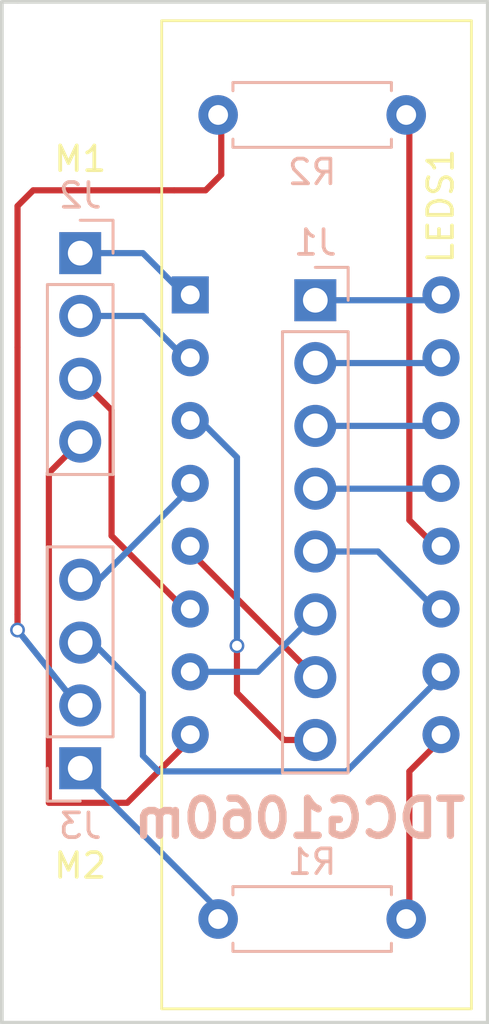
<source format=kicad_pcb>
(kicad_pcb (version 4) (host pcbnew 4.0.7)

  (general
    (links 18)
    (no_connects 0)
    (area 133.909999 93.904999 153.745001 135.330001)
    (thickness 1.6)
    (drawings 6)
    (tracks 75)
    (zones 0)
    (modules 8)
    (nets 19)
  )

  (page A4)
  (layers
    (0 F.Cu signal)
    (31 B.Cu signal)
    (32 B.Adhes user)
    (33 F.Adhes user)
    (34 B.Paste user)
    (35 F.Paste user)
    (36 B.SilkS user)
    (37 F.SilkS user)
    (38 B.Mask user)
    (39 F.Mask user)
    (40 Dwgs.User user)
    (41 Cmts.User user)
    (42 Eco1.User user)
    (43 Eco2.User user)
    (44 Edge.Cuts user)
    (45 Margin user)
    (46 B.CrtYd user)
    (47 F.CrtYd user)
    (48 B.Fab user)
    (49 F.Fab user)
  )

  (setup
    (last_trace_width 0.25)
    (trace_clearance 0.2)
    (zone_clearance 0.508)
    (zone_45_only no)
    (trace_min 0.2)
    (segment_width 0.2)
    (edge_width 0.15)
    (via_size 0.6)
    (via_drill 0.4)
    (via_min_size 0.4)
    (via_min_drill 0.3)
    (uvia_size 0.3)
    (uvia_drill 0.1)
    (uvias_allowed no)
    (uvia_min_size 0.2)
    (uvia_min_drill 0.1)
    (pcb_text_width 0.3)
    (pcb_text_size 1.5 1.5)
    (mod_edge_width 0.15)
    (mod_text_size 1 1)
    (mod_text_width 0.15)
    (pad_size 1.524 1.524)
    (pad_drill 0.762)
    (pad_to_mask_clearance 0.2)
    (aux_axis_origin 0 0)
    (visible_elements FFFFFF7F)
    (pcbplotparams
      (layerselection 0x010f0_80000001)
      (usegerberextensions false)
      (excludeedgelayer true)
      (linewidth 0.100000)
      (plotframeref false)
      (viasonmask false)
      (mode 1)
      (useauxorigin false)
      (hpglpennumber 1)
      (hpglpenspeed 20)
      (hpglpendiameter 15)
      (hpglpenoverlay 2)
      (psnegative false)
      (psa4output false)
      (plotreference true)
      (plotvalue true)
      (plotinvisibletext false)
      (padsonsilk false)
      (subtractmaskfromsilk false)
      (outputformat 1)
      (mirror false)
      (drillshape 0)
      (scaleselection 1)
      (outputdirectory gerbers/))
  )

  (net 0 "")
  (net 1 /SEGB)
  (net 2 /SEGG)
  (net 3 /SEGA)
  (net 4 /SEGC)
  (net 5 /SEGF)
  (net 6 /SEGDP)
  (net 7 /SEGE)
  (net 8 /SEGD)
  (net 9 /DIG0)
  (net 10 /DIG1)
  (net 11 /DIG2)
  (net 12 /DIG3)
  (net 13 "Net-(J3-Pad1)")
  (net 14 /EXTRA)
  (net 15 /COLON)
  (net 16 /EXTRA_RET)
  (net 17 /COLON_RET)
  (net 18 "Net-(J3-Pad2)")

  (net_class Default "This is the default net class."
    (clearance 0.2)
    (trace_width 0.25)
    (via_dia 0.6)
    (via_drill 0.4)
    (uvia_dia 0.3)
    (uvia_drill 0.1)
    (add_net /COLON)
    (add_net /COLON_RET)
    (add_net /DIG0)
    (add_net /DIG1)
    (add_net /DIG2)
    (add_net /DIG3)
    (add_net /EXTRA)
    (add_net /EXTRA_RET)
    (add_net /SEGA)
    (add_net /SEGB)
    (add_net /SEGC)
    (add_net /SEGD)
    (add_net /SEGDP)
    (add_net /SEGE)
    (add_net /SEGF)
    (add_net /SEGG)
    (add_net "Net-(J3-Pad1)")
    (add_net "Net-(J3-Pad2)")
  )

  (module 7seg:TDCG1060m (layer F.Cu) (tedit 5A77E221) (tstamp 5A823022)
    (at 140.335 94.615)
    (descr "4 digit 7 segment green LED, http://www.kingbrightusa.com/images/catalog/SPEC/CA56-11GWA.pdf")
    (tags "4 digit 7 segment green LED")
    (path /5A7B8B5D)
    (fp_text reference LEDS1 (at 11.43 7.62 270) (layer F.SilkS)
      (effects (font (size 1 1) (thickness 0.15)))
    )
    (fp_text value TDCFG1060m (at 6.35 39.37) (layer F.Fab)
      (effects (font (size 1 1) (thickness 0.15)))
    )
    (fp_line (start 0.2413 0.2413) (end 0.2413 39.9669) (layer F.Fab) (width 0.1))
    (fp_line (start 0.2413 39.9669) (end 12.5603 39.9669) (layer F.Fab) (width 0.1))
    (fp_line (start 12.5603 39.9669) (end 12.5603 0.2413) (layer F.Fab) (width 0.1))
    (fp_line (start 12.5603 0.2413) (end 0.2413 0.2413) (layer F.Fab) (width 0.1))
    (fp_line (start 0.127 0.127) (end 0.127 40.0812) (layer F.SilkS) (width 0.1125))
    (fp_line (start 0.127 40.0812) (end 12.6746 40.0812) (layer F.SilkS) (width 0.1125))
    (fp_line (start 12.6746 40.0812) (end 12.6746 0.127) (layer F.SilkS) (width 0.1125))
    (fp_line (start 12.6746 0.127) (end 0.127 0.127) (layer F.SilkS) (width 0.1125))
    (fp_line (start 0 0) (end 12.8016 0) (layer F.CrtYd) (width 0.05))
    (fp_line (start 12.8016 0) (end 12.8016 40.2082) (layer F.CrtYd) (width 0.05))
    (fp_line (start 12.8016 40.2082) (end 0 40.2082) (layer F.CrtYd) (width 0.05))
    (fp_line (start 0 40.2082) (end 0 0) (layer F.CrtYd) (width 0.05))
    (fp_text user %R (at 6.6675 19.939) (layer F.Fab)
      (effects (font (size 1 1) (thickness 0.15)))
    )
    (pad 1 thru_hole rect (at 1.2827 11.2141) (size 1.5 1.5) (drill 0.762) (layers *.Cu *.Mask)
      (net 9 /DIG0))
    (pad 2 thru_hole circle (at 1.2827 13.7541) (size 1.5 1.5) (drill 0.762) (layers *.Cu *.Mask)
      (net 10 /DIG1))
    (pad 3 thru_hole circle (at 1.2827 16.2941) (size 1.5 1.5) (drill 0.762) (layers *.Cu *.Mask)
      (net 8 /SEGD))
    (pad 4 thru_hole circle (at 1.2827 18.8341) (size 1.5 1.5) (drill 0.762) (layers *.Cu *.Mask)
      (net 15 /COLON))
    (pad 5 thru_hole circle (at 1.2827 21.3741) (size 1.5 1.5) (drill 0.762) (layers *.Cu *.Mask)
      (net 7 /SEGE))
    (pad 6 thru_hole circle (at 1.2827 23.9141) (size 1.5 1.5) (drill 0.762) (layers *.Cu *.Mask)
      (net 11 /DIG2))
    (pad 7 thru_hole circle (at 1.2827 26.4541) (size 1.5 1.5) (drill 0.762) (layers *.Cu *.Mask)
      (net 6 /SEGDP))
    (pad 8 thru_hole circle (at 1.2827 28.9941) (size 1.5 1.5) (drill 0.762) (layers *.Cu *.Mask)
      (net 12 /DIG3))
    (pad 9 thru_hole circle (at 11.4427 28.9941) (size 1.5 1.5) (drill 0.762) (layers *.Cu *.Mask)
      (net 16 /EXTRA_RET))
    (pad 10 thru_hole circle (at 11.4427 26.4541) (size 1.5 1.5) (drill 0.762) (layers *.Cu *.Mask)
      (net 14 /EXTRA))
    (pad 11 thru_hole circle (at 11.4427 23.9141) (size 1.5 1.5) (drill 0.762) (layers *.Cu *.Mask)
      (net 5 /SEGF))
    (pad 12 thru_hole circle (at 11.4427 21.3741) (size 1.5 1.5) (drill 0.762) (layers *.Cu *.Mask)
      (net 17 /COLON_RET))
    (pad 13 thru_hole circle (at 11.4427 18.8341) (size 1.5 1.5) (drill 0.762) (layers *.Cu *.Mask)
      (net 4 /SEGC))
    (pad 14 thru_hole circle (at 11.4427 16.2941) (size 1.5 1.5) (drill 0.762) (layers *.Cu *.Mask)
      (net 3 /SEGA))
    (pad 15 thru_hole circle (at 11.4427 13.7541) (size 1.5 1.5) (drill 0.762) (layers *.Cu *.Mask)
      (net 2 /SEGG))
    (pad 16 thru_hole circle (at 11.4427 11.2141) (size 1.5 1.5) (drill 0.762) (layers *.Cu *.Mask)
      (net 1 /SEGB))
  )

  (module Pin_Headers:Pin_Header_Straight_1x08_Pitch2.54mm (layer B.Cu) (tedit 5A77DA52) (tstamp 5A822FF1)
    (at 146.685 106.045 180)
    (descr "Through hole straight pin header, 1x08, 2.54mm pitch, single row")
    (tags "Through hole pin header THT 1x08 2.54mm single row")
    (path /5A7B9078)
    (fp_text reference J1 (at 0 2.33 180) (layer B.SilkS)
      (effects (font (size 1 1) (thickness 0.15)) (justify mirror))
    )
    (fp_text value SEGMENTS (at 5.715 -18.415 180) (layer B.Fab)
      (effects (font (size 1 1) (thickness 0.15)) (justify mirror))
    )
    (fp_line (start -0.635 1.27) (end 1.27 1.27) (layer B.Fab) (width 0.1))
    (fp_line (start 1.27 1.27) (end 1.27 -19.05) (layer B.Fab) (width 0.1))
    (fp_line (start 1.27 -19.05) (end -1.27 -19.05) (layer B.Fab) (width 0.1))
    (fp_line (start -1.27 -19.05) (end -1.27 0.635) (layer B.Fab) (width 0.1))
    (fp_line (start -1.27 0.635) (end -0.635 1.27) (layer B.Fab) (width 0.1))
    (fp_line (start -1.33 -19.11) (end 1.33 -19.11) (layer B.SilkS) (width 0.12))
    (fp_line (start -1.33 -1.27) (end -1.33 -19.11) (layer B.SilkS) (width 0.12))
    (fp_line (start 1.33 -1.27) (end 1.33 -19.11) (layer B.SilkS) (width 0.12))
    (fp_line (start -1.33 -1.27) (end 1.33 -1.27) (layer B.SilkS) (width 0.12))
    (fp_line (start -1.33 0) (end -1.33 1.33) (layer B.SilkS) (width 0.12))
    (fp_line (start -1.33 1.33) (end 0 1.33) (layer B.SilkS) (width 0.12))
    (fp_line (start -1.8 1.8) (end -1.8 -19.55) (layer B.CrtYd) (width 0.05))
    (fp_line (start -1.8 -19.55) (end 1.8 -19.55) (layer B.CrtYd) (width 0.05))
    (fp_line (start 1.8 -19.55) (end 1.8 1.8) (layer B.CrtYd) (width 0.05))
    (fp_line (start 1.8 1.8) (end -1.8 1.8) (layer B.CrtYd) (width 0.05))
    (fp_text user %R (at 0 -8.89 450) (layer B.Fab)
      (effects (font (size 1 1) (thickness 0.15)) (justify mirror))
    )
    (pad 1 thru_hole rect (at 0 0 180) (size 1.7 1.7) (drill 1) (layers *.Cu *.Mask)
      (net 1 /SEGB))
    (pad 2 thru_hole oval (at 0 -2.54 180) (size 1.7 1.7) (drill 1) (layers *.Cu *.Mask)
      (net 2 /SEGG))
    (pad 3 thru_hole oval (at 0 -5.08 180) (size 1.7 1.7) (drill 1) (layers *.Cu *.Mask)
      (net 3 /SEGA))
    (pad 4 thru_hole oval (at 0 -7.62 180) (size 1.7 1.7) (drill 1) (layers *.Cu *.Mask)
      (net 4 /SEGC))
    (pad 5 thru_hole oval (at 0 -10.16 180) (size 1.7 1.7) (drill 1) (layers *.Cu *.Mask)
      (net 5 /SEGF))
    (pad 6 thru_hole oval (at 0 -12.7 180) (size 1.7 1.7) (drill 1) (layers *.Cu *.Mask)
      (net 6 /SEGDP))
    (pad 7 thru_hole oval (at 0 -15.24 180) (size 1.7 1.7) (drill 1) (layers *.Cu *.Mask)
      (net 7 /SEGE))
    (pad 8 thru_hole oval (at 0 -17.78 180) (size 1.7 1.7) (drill 1) (layers *.Cu *.Mask)
      (net 8 /SEGD))
    (model ${KISYS3DMOD}/Pin_Headers.3dshapes/Pin_Header_Straight_1x08_Pitch2.54mm.wrl
      (at (xyz 0 0 0))
      (scale (xyz 1 1 1))
      (rotate (xyz 0 0 0))
    )
  )

  (module Pin_Headers:Pin_Header_Straight_1x04_Pitch2.54mm (layer B.Cu) (tedit 5A77E610) (tstamp 5A822FF9)
    (at 137.16 104.14 180)
    (descr "Through hole straight pin header, 1x04, 2.54mm pitch, single row")
    (tags "Through hole pin header THT 1x04 2.54mm single row")
    (path /5A7B9400)
    (fp_text reference J2 (at 0 2.33 360) (layer B.SilkS)
      (effects (font (size 1 1) (thickness 0.15)) (justify mirror))
    )
    (fp_text value DIGITS (at 0 -10.16 180) (layer B.Fab)
      (effects (font (size 1 1) (thickness 0.15)) (justify mirror))
    )
    (fp_line (start -0.635 1.27) (end 1.27 1.27) (layer B.Fab) (width 0.1))
    (fp_line (start 1.27 1.27) (end 1.27 -8.89) (layer B.Fab) (width 0.1))
    (fp_line (start 1.27 -8.89) (end -1.27 -8.89) (layer B.Fab) (width 0.1))
    (fp_line (start -1.27 -8.89) (end -1.27 0.635) (layer B.Fab) (width 0.1))
    (fp_line (start -1.27 0.635) (end -0.635 1.27) (layer B.Fab) (width 0.1))
    (fp_line (start -1.33 -8.95) (end 1.33 -8.95) (layer B.SilkS) (width 0.12))
    (fp_line (start -1.33 -1.27) (end -1.33 -8.95) (layer B.SilkS) (width 0.12))
    (fp_line (start 1.33 -1.27) (end 1.33 -8.95) (layer B.SilkS) (width 0.12))
    (fp_line (start -1.33 -1.27) (end 1.33 -1.27) (layer B.SilkS) (width 0.12))
    (fp_line (start -1.33 0) (end -1.33 1.33) (layer B.SilkS) (width 0.12))
    (fp_line (start -1.33 1.33) (end 0 1.33) (layer B.SilkS) (width 0.12))
    (fp_line (start -1.8 1.8) (end -1.8 -9.4) (layer B.CrtYd) (width 0.05))
    (fp_line (start -1.8 -9.4) (end 1.8 -9.4) (layer B.CrtYd) (width 0.05))
    (fp_line (start 1.8 -9.4) (end 1.8 1.8) (layer B.CrtYd) (width 0.05))
    (fp_line (start 1.8 1.8) (end -1.8 1.8) (layer B.CrtYd) (width 0.05))
    (fp_text user %R (at 0 -3.81 450) (layer B.Fab)
      (effects (font (size 1 1) (thickness 0.15)) (justify mirror))
    )
    (pad 1 thru_hole rect (at 0 0 180) (size 1.7 1.7) (drill 1) (layers *.Cu *.Mask)
      (net 9 /DIG0))
    (pad 2 thru_hole oval (at 0 -2.54 180) (size 1.7 1.7) (drill 1) (layers *.Cu *.Mask)
      (net 10 /DIG1))
    (pad 3 thru_hole oval (at 0 -5.08 180) (size 1.7 1.7) (drill 1) (layers *.Cu *.Mask)
      (net 11 /DIG2))
    (pad 4 thru_hole oval (at 0 -7.62 180) (size 1.7 1.7) (drill 1) (layers *.Cu *.Mask)
      (net 12 /DIG3))
    (model ${KISYS3DMOD}/Pin_Headers.3dshapes/Pin_Header_Straight_1x04_Pitch2.54mm.wrl
      (at (xyz 0 0 0))
      (scale (xyz 1 1 1))
      (rotate (xyz 0 0 0))
    )
  )

  (module Pin_Headers:Pin_Header_Straight_1x04_Pitch2.54mm (layer B.Cu) (tedit 5A77DE8D) (tstamp 5A823001)
    (at 137.16 124.968)
    (descr "Through hole straight pin header, 1x04, 2.54mm pitch, single row")
    (tags "Through hole pin header THT 1x04 2.54mm single row")
    (path /5A7B94CB)
    (fp_text reference J3 (at 0 2.33) (layer B.SilkS)
      (effects (font (size 1 1) (thickness 0.15)) (justify mirror))
    )
    (fp_text value EXTRAS (at 0 2.54) (layer B.Fab)
      (effects (font (size 1 1) (thickness 0.15)) (justify mirror))
    )
    (fp_line (start -0.635 1.27) (end 1.27 1.27) (layer B.Fab) (width 0.1))
    (fp_line (start 1.27 1.27) (end 1.27 -8.89) (layer B.Fab) (width 0.1))
    (fp_line (start 1.27 -8.89) (end -1.27 -8.89) (layer B.Fab) (width 0.1))
    (fp_line (start -1.27 -8.89) (end -1.27 0.635) (layer B.Fab) (width 0.1))
    (fp_line (start -1.27 0.635) (end -0.635 1.27) (layer B.Fab) (width 0.1))
    (fp_line (start -1.33 -8.95) (end 1.33 -8.95) (layer B.SilkS) (width 0.12))
    (fp_line (start -1.33 -1.27) (end -1.33 -8.95) (layer B.SilkS) (width 0.12))
    (fp_line (start 1.33 -1.27) (end 1.33 -8.95) (layer B.SilkS) (width 0.12))
    (fp_line (start -1.33 -1.27) (end 1.33 -1.27) (layer B.SilkS) (width 0.12))
    (fp_line (start -1.33 0) (end -1.33 1.33) (layer B.SilkS) (width 0.12))
    (fp_line (start -1.33 1.33) (end 0 1.33) (layer B.SilkS) (width 0.12))
    (fp_line (start -1.8 1.8) (end -1.8 -9.4) (layer B.CrtYd) (width 0.05))
    (fp_line (start -1.8 -9.4) (end 1.8 -9.4) (layer B.CrtYd) (width 0.05))
    (fp_line (start 1.8 -9.4) (end 1.8 1.8) (layer B.CrtYd) (width 0.05))
    (fp_line (start 1.8 1.8) (end -1.8 1.8) (layer B.CrtYd) (width 0.05))
    (fp_text user %R (at 0 -3.81 270) (layer B.Fab)
      (effects (font (size 1 1) (thickness 0.15)) (justify mirror))
    )
    (pad 1 thru_hole rect (at 0 0) (size 1.7 1.7) (drill 1) (layers *.Cu *.Mask)
      (net 13 "Net-(J3-Pad1)"))
    (pad 2 thru_hole oval (at 0 -2.54) (size 1.7 1.7) (drill 1) (layers *.Cu *.Mask)
      (net 18 "Net-(J3-Pad2)"))
    (pad 3 thru_hole oval (at 0 -5.08) (size 1.7 1.7) (drill 1) (layers *.Cu *.Mask)
      (net 14 /EXTRA))
    (pad 4 thru_hole oval (at 0 -7.62) (size 1.7 1.7) (drill 1) (layers *.Cu *.Mask)
      (net 15 /COLON))
    (model ${KISYS3DMOD}/Pin_Headers.3dshapes/Pin_Header_Straight_1x04_Pitch2.54mm.wrl
      (at (xyz 0 0 0))
      (scale (xyz 1 1 1))
      (rotate (xyz 0 0 0))
    )
  )

  (module Resistors_THT:R_Axial_DIN0207_L6.3mm_D2.5mm_P7.62mm_Horizontal (layer B.Cu) (tedit 5874F706) (tstamp 5A823028)
    (at 150.368 131.064 180)
    (descr "Resistor, Axial_DIN0207 series, Axial, Horizontal, pin pitch=7.62mm, 0.25W = 1/4W, length*diameter=6.3*2.5mm^2, http://cdn-reichelt.de/documents/datenblatt/B400/1_4W%23YAG.pdf")
    (tags "Resistor Axial_DIN0207 series Axial Horizontal pin pitch 7.62mm 0.25W = 1/4W length 6.3mm diameter 2.5mm")
    (path /5A7B9579)
    (fp_text reference R1 (at 3.81 2.31 180) (layer B.SilkS)
      (effects (font (size 1 1) (thickness 0.15)) (justify mirror))
    )
    (fp_text value 330 (at 3.81 -2.31 180) (layer B.Fab)
      (effects (font (size 1 1) (thickness 0.15)) (justify mirror))
    )
    (fp_line (start 0.66 1.25) (end 0.66 -1.25) (layer B.Fab) (width 0.1))
    (fp_line (start 0.66 -1.25) (end 6.96 -1.25) (layer B.Fab) (width 0.1))
    (fp_line (start 6.96 -1.25) (end 6.96 1.25) (layer B.Fab) (width 0.1))
    (fp_line (start 6.96 1.25) (end 0.66 1.25) (layer B.Fab) (width 0.1))
    (fp_line (start 0 0) (end 0.66 0) (layer B.Fab) (width 0.1))
    (fp_line (start 7.62 0) (end 6.96 0) (layer B.Fab) (width 0.1))
    (fp_line (start 0.6 0.98) (end 0.6 1.31) (layer B.SilkS) (width 0.12))
    (fp_line (start 0.6 1.31) (end 7.02 1.31) (layer B.SilkS) (width 0.12))
    (fp_line (start 7.02 1.31) (end 7.02 0.98) (layer B.SilkS) (width 0.12))
    (fp_line (start 0.6 -0.98) (end 0.6 -1.31) (layer B.SilkS) (width 0.12))
    (fp_line (start 0.6 -1.31) (end 7.02 -1.31) (layer B.SilkS) (width 0.12))
    (fp_line (start 7.02 -1.31) (end 7.02 -0.98) (layer B.SilkS) (width 0.12))
    (fp_line (start -1.05 1.6) (end -1.05 -1.6) (layer B.CrtYd) (width 0.05))
    (fp_line (start -1.05 -1.6) (end 8.7 -1.6) (layer B.CrtYd) (width 0.05))
    (fp_line (start 8.7 -1.6) (end 8.7 1.6) (layer B.CrtYd) (width 0.05))
    (fp_line (start 8.7 1.6) (end -1.05 1.6) (layer B.CrtYd) (width 0.05))
    (pad 1 thru_hole circle (at 0 0 180) (size 1.6 1.6) (drill 0.8) (layers *.Cu *.Mask)
      (net 16 /EXTRA_RET))
    (pad 2 thru_hole oval (at 7.62 0 180) (size 1.6 1.6) (drill 0.8) (layers *.Cu *.Mask)
      (net 13 "Net-(J3-Pad1)"))
    (model ${KISYS3DMOD}/Resistors_THT.3dshapes/R_Axial_DIN0207_L6.3mm_D2.5mm_P7.62mm_Horizontal.wrl
      (at (xyz 0 0 0))
      (scale (xyz 0.393701 0.393701 0.393701))
      (rotate (xyz 0 0 0))
    )
  )

  (module Resistors_THT:R_Axial_DIN0207_L6.3mm_D2.5mm_P7.62mm_Horizontal (layer B.Cu) (tedit 5874F706) (tstamp 5A82302E)
    (at 142.748 98.552)
    (descr "Resistor, Axial_DIN0207 series, Axial, Horizontal, pin pitch=7.62mm, 0.25W = 1/4W, length*diameter=6.3*2.5mm^2, http://cdn-reichelt.de/documents/datenblatt/B400/1_4W%23YAG.pdf")
    (tags "Resistor Axial_DIN0207 series Axial Horizontal pin pitch 7.62mm 0.25W = 1/4W length 6.3mm diameter 2.5mm")
    (path /5A7B954C)
    (fp_text reference R2 (at 3.81 2.31) (layer B.SilkS)
      (effects (font (size 1 1) (thickness 0.15)) (justify mirror))
    )
    (fp_text value 330 (at 3.81 -2.31) (layer B.Fab)
      (effects (font (size 1 1) (thickness 0.15)) (justify mirror))
    )
    (fp_line (start 0.66 1.25) (end 0.66 -1.25) (layer B.Fab) (width 0.1))
    (fp_line (start 0.66 -1.25) (end 6.96 -1.25) (layer B.Fab) (width 0.1))
    (fp_line (start 6.96 -1.25) (end 6.96 1.25) (layer B.Fab) (width 0.1))
    (fp_line (start 6.96 1.25) (end 0.66 1.25) (layer B.Fab) (width 0.1))
    (fp_line (start 0 0) (end 0.66 0) (layer B.Fab) (width 0.1))
    (fp_line (start 7.62 0) (end 6.96 0) (layer B.Fab) (width 0.1))
    (fp_line (start 0.6 0.98) (end 0.6 1.31) (layer B.SilkS) (width 0.12))
    (fp_line (start 0.6 1.31) (end 7.02 1.31) (layer B.SilkS) (width 0.12))
    (fp_line (start 7.02 1.31) (end 7.02 0.98) (layer B.SilkS) (width 0.12))
    (fp_line (start 0.6 -0.98) (end 0.6 -1.31) (layer B.SilkS) (width 0.12))
    (fp_line (start 0.6 -1.31) (end 7.02 -1.31) (layer B.SilkS) (width 0.12))
    (fp_line (start 7.02 -1.31) (end 7.02 -0.98) (layer B.SilkS) (width 0.12))
    (fp_line (start -1.05 1.6) (end -1.05 -1.6) (layer B.CrtYd) (width 0.05))
    (fp_line (start -1.05 -1.6) (end 8.7 -1.6) (layer B.CrtYd) (width 0.05))
    (fp_line (start 8.7 -1.6) (end 8.7 1.6) (layer B.CrtYd) (width 0.05))
    (fp_line (start 8.7 1.6) (end -1.05 1.6) (layer B.CrtYd) (width 0.05))
    (pad 1 thru_hole circle (at 0 0) (size 1.6 1.6) (drill 0.8) (layers *.Cu *.Mask)
      (net 18 "Net-(J3-Pad2)"))
    (pad 2 thru_hole oval (at 7.62 0) (size 1.6 1.6) (drill 0.8) (layers *.Cu *.Mask)
      (net 17 /COLON_RET))
    (model ${KISYS3DMOD}/Resistors_THT.3dshapes/R_Axial_DIN0207_L6.3mm_D2.5mm_P7.62mm_Horizontal.wrl
      (at (xyz 0 0 0))
      (scale (xyz 0.393701 0.393701 0.393701))
      (rotate (xyz 0 0 0))
    )
  )

  (module Mounting_Holes:MountingHole_2.2mm_M2 (layer F.Cu) (tedit 5A77E1F4) (tstamp 5A77DF1B)
    (at 137.16 132.08)
    (descr "Mounting Hole 2.2mm, no annular, M2")
    (tags "mounting hole 2.2mm no annular m2")
    (fp_text reference M2 (at 0 -3.175) (layer F.SilkS)
      (effects (font (size 1 1) (thickness 0.15)))
    )
    (fp_text value M2 (at 0 -3.175) (layer F.Fab)
      (effects (font (size 1 1) (thickness 0.15)))
    )
    (fp_circle (center 0 0) (end 2.2 0) (layer Cmts.User) (width 0.15))
    (fp_circle (center 0 0) (end 2.45 0) (layer F.CrtYd) (width 0.05))
    (pad 1 np_thru_hole circle (at 0 0) (size 2.2 2.2) (drill 2.2) (layers *.Cu *.Mask))
  )

  (module Mounting_Holes:MountingHole_2.2mm_M2 (layer F.Cu) (tedit 5A77DBB1) (tstamp 5A77DF28)
    (at 137.16 97.155)
    (descr "Mounting Hole 2.2mm, no annular, M2")
    (tags "mounting hole 2.2mm no annular m2")
    (fp_text reference M1 (at 0 3.175) (layer F.SilkS)
      (effects (font (size 1 1) (thickness 0.15)))
    )
    (fp_text value M1 (at 0 3.2) (layer F.Fab)
      (effects (font (size 1 1) (thickness 0.15)))
    )
    (fp_circle (center 0 0) (end 2.2 0) (layer Cmts.User) (width 0.15))
    (fp_circle (center 0 0) (end 2.45 0) (layer F.CrtYd) (width 0.05))
    (pad 1 np_thru_hole circle (at 0 0) (size 2.2 2.2) (drill 2.2) (layers *.Cu *.Mask))
  )

  (gr_line (start 133.985 93.98) (end 134.62 93.98) (angle 90) (layer Edge.Cuts) (width 0.15))
  (gr_line (start 133.985 93.98) (end 133.985 135.255) (angle 90) (layer Edge.Cuts) (width 0.15))
  (gr_line (start 153.67 135.255) (end 133.985 135.255) (angle 90) (layer Edge.Cuts) (width 0.15))
  (gr_line (start 153.67 93.98) (end 153.67 135.255) (angle 90) (layer Edge.Cuts) (width 0.15))
  (gr_line (start 134.62 93.98) (end 153.67 93.98) (angle 90) (layer Edge.Cuts) (width 0.15))
  (gr_text "TDCG1060m\n" (at 146.05 127) (layer B.SilkS)
    (effects (font (size 1.5 1.5) (thickness 0.3)) (justify mirror))
  )

  (segment (start 151.7777 105.8291) (end 151.765 106.045) (width 0.25) (layer B.Cu) (net 1) (status 80000))
  (segment (start 151.765 106.045) (end 146.685 106.045) (width 0.25) (layer B.Cu) (net 1) (status 80000))
  (segment (start 146.685 108.585) (end 151.765 108.585) (width 0.25) (layer B.Cu) (net 2) (status 80000))
  (segment (start 151.765 108.585) (end 151.7777 108.3691) (width 0.25) (layer B.Cu) (net 2) (tstamp 5A77E34C) (status 80000))
  (segment (start 146.685 111.125) (end 151.765 111.125) (width 0.25) (layer B.Cu) (net 3) (status 80000))
  (segment (start 151.765 111.125) (end 151.7777 110.9091) (width 0.25) (layer B.Cu) (net 3) (tstamp 5A77E34D) (status 80000))
  (segment (start 146.685 113.665) (end 151.765 113.665) (width 0.25) (layer B.Cu) (net 4) (status 80000))
  (segment (start 151.765 113.665) (end 151.7777 113.4491) (width 0.25) (layer B.Cu) (net 4) (tstamp 5A77E34E) (status 80000))
  (segment (start 151.7777 118.5291) (end 151.765 118.745) (width 0.25) (layer B.Cu) (net 5) (status 80000))
  (segment (start 151.765 118.745) (end 149.225 116.205) (width 0.25) (layer B.Cu) (net 5) (status 80000))
  (segment (start 149.225 116.205) (end 146.685 116.205) (width 0.25) (layer B.Cu) (net 5) (status 80000))
  (segment (start 141.6177 121.0691) (end 144.3609 121.0691) (width 0.25) (layer B.Cu) (net 6))
  (segment (start 144.3609 121.0691) (end 146.685 118.745) (width 0.25) (layer B.Cu) (net 6) (tstamp 5A77E3EA))
  (segment (start 141.6177 121.0691) (end 141.605 121.285) (width 0.25) (layer B.Cu) (net 6) (status 80000))
  (segment (start 146.685 121.285) (end 141.605 116.205) (width 0.25) (layer F.Cu) (net 7) (status 80000))
  (segment (start 141.605 116.205) (end 141.6177 115.9891) (width 0.25) (layer F.Cu) (net 7) (tstamp 5A77E354) (status 80000))
  (segment (start 141.6177 110.9091) (end 142.0241 110.9091) (width 0.25) (layer B.Cu) (net 8))
  (segment (start 142.0241 110.9091) (end 143.51 112.395) (width 0.25) (layer B.Cu) (net 8) (tstamp 5A77E3FA))
  (segment (start 145.415 123.825) (end 146.685 123.825) (width 0.25) (layer F.Cu) (net 8) (tstamp 5A77E400))
  (segment (start 143.51 121.92) (end 145.415 123.825) (width 0.25) (layer F.Cu) (net 8) (tstamp 5A77E3FF))
  (segment (start 143.51 120.015) (end 143.51 121.92) (width 0.25) (layer F.Cu) (net 8) (tstamp 5A77E3FE))
  (via (at 143.51 120.015) (size 0.6) (drill 0.4) (layers F.Cu B.Cu) (net 8))
  (segment (start 143.51 112.395) (end 143.51 120.015) (width 0.25) (layer B.Cu) (net 8) (tstamp 5A77E3FB))
  (segment (start 141.6177 110.9091) (end 141.605 111.125) (width 0.25) (layer F.Cu) (net 8) (status 80000))
  (segment (start 141.6177 105.8291) (end 141.605 106.045) (width 0.25) (layer B.Cu) (net 9) (status 80000))
  (segment (start 141.605 106.045) (end 139.7 104.14) (width 0.25) (layer B.Cu) (net 9) (status 80000))
  (segment (start 139.7 104.14) (end 137.16 104.14) (width 0.25) (layer B.Cu) (net 9) (status 80000))
  (segment (start 141.6177 108.3691) (end 141.605 108.585) (width 0.25) (layer B.Cu) (net 10) (status 80000))
  (segment (start 141.605 108.585) (end 139.7 106.68) (width 0.25) (layer B.Cu) (net 10) (status 80000))
  (segment (start 139.7 106.68) (end 137.16 106.68) (width 0.25) (layer B.Cu) (net 10) (status 80000))
  (segment (start 141.6177 118.5291) (end 141.605 118.745) (width 0.25) (layer F.Cu) (net 11) (status 80000))
  (segment (start 141.605 118.745) (end 138.43 115.57) (width 0.25) (layer F.Cu) (net 11) (status 80000))
  (segment (start 138.43 115.57) (end 138.43 110.49) (width 0.25) (layer F.Cu) (net 11) (status 80000))
  (segment (start 138.43 110.49) (end 137.16 109.22) (width 0.25) (layer F.Cu) (net 11) (status 80000))
  (segment (start 137.16 111.76) (end 135.89 113.03) (width 0.25) (layer F.Cu) (net 12) (status 80000))
  (segment (start 135.89 113.03) (end 135.89 126.365) (width 0.25) (layer F.Cu) (net 12) (status 80000))
  (segment (start 135.89 126.365) (end 139.065 126.365) (width 0.25) (layer F.Cu) (net 12) (status 80000))
  (segment (start 139.065 126.365) (end 141.605 123.825) (width 0.25) (layer F.Cu) (net 12) (status 80000))
  (segment (start 141.605 123.825) (end 141.6177 123.6091) (width 0.25) (layer F.Cu) (net 12) (tstamp 5A77E353) (status 80000))
  (segment (start 137.16 124.968) (end 137.16 125.095) (width 0.25) (layer B.Cu) (net 13) (status 80000))
  (segment (start 137.16 125.095) (end 142.875 130.81) (width 0.25) (layer B.Cu) (net 13) (status 80000))
  (segment (start 142.875 130.81) (end 142.748 131.064) (width 0.25) (layer B.Cu) (net 13) (tstamp 5A77E355) (status 80000))
  (segment (start 151.765 121.285) (end 147.955 125.095) (width 0.25) (layer B.Cu) (net 14) (status 80000))
  (segment (start 151.7777 121.0691) (end 151.765 121.285) (width 0.25) (layer B.Cu) (net 14) (status 80000))
  (segment (start 139.7 124.46) (end 140.335 125.095) (width 0.25) (layer B.Cu) (net 14))
  (segment (start 139.7 124.46) (end 139.7 121.92) (width 0.25) (layer B.Cu) (net 14) (tstamp 5A77E43B))
  (segment (start 147.955 125.095) (end 140.335 125.095) (width 0.25) (layer B.Cu) (net 14) (status 80000))
  (segment (start 139.7 121.92) (end 137.795 120.015) (width 0.25) (layer B.Cu) (net 14) (status 80000))
  (segment (start 137.795 120.015) (end 137.16 120.015) (width 0.25) (layer B.Cu) (net 14) (status 80000))
  (segment (start 137.16 120.015) (end 137.16 119.888) (width 0.25) (layer B.Cu) (net 14) (tstamp 5A77E350) (status 80000))
  (segment (start 141.6177 113.4491) (end 141.605 113.665) (width 0.25) (layer B.Cu) (net 15) (status 80000))
  (segment (start 141.605 113.665) (end 137.795 117.475) (width 0.25) (layer B.Cu) (net 15) (status 80000))
  (segment (start 137.795 117.475) (end 137.16 117.475) (width 0.25) (layer B.Cu) (net 15) (status 80000))
  (segment (start 137.16 117.475) (end 137.16 117.348) (width 0.25) (layer B.Cu) (net 15) (tstamp 5A77E352) (status 80000))
  (segment (start 151.7777 123.6091) (end 151.765 123.825) (width 0.25) (layer F.Cu) (net 16) (status 80000))
  (segment (start 151.765 123.825) (end 150.495 125.095) (width 0.25) (layer F.Cu) (net 16) (status 80000))
  (segment (start 150.495 125.095) (end 150.495 130.81) (width 0.25) (layer F.Cu) (net 16) (status 80000))
  (segment (start 150.495 130.81) (end 150.368 131.064) (width 0.25) (layer F.Cu) (net 16) (tstamp 5A77E34F) (status 80000))
  (segment (start 150.368 98.552) (end 150.495 98.425) (width 0.25) (layer F.Cu) (net 17) (status 80000))
  (segment (start 150.495 98.425) (end 150.495 114.935) (width 0.25) (layer F.Cu) (net 17) (status 80000))
  (segment (start 150.495 114.935) (end 151.765 116.205) (width 0.25) (layer F.Cu) (net 17) (status 80000))
  (segment (start 151.765 116.205) (end 151.7777 115.9891) (width 0.25) (layer F.Cu) (net 17) (tstamp 5A77E351) (status 80000))
  (segment (start 137.16 122.428) (end 137.16 122.555) (width 0.25) (layer B.Cu) (net 18) (status 80000))
  (segment (start 137.16 122.555) (end 134.62 119.38) (width 0.25) (layer B.Cu) (net 18) (status 80000))
  (via (at 134.62 119.38) (size 0.6) (layers F.Cu B.Cu) (net 18) (status 80000))
  (segment (start 134.62 119.38) (end 134.62 118.745) (width 0.25) (layer F.Cu) (net 18) (status 80000))
  (segment (start 134.62 118.745) (end 134.62 107.95) (width 0.25) (layer F.Cu) (net 18) (status 80000))
  (segment (start 134.62 107.95) (end 134.62 102.235) (width 0.25) (layer F.Cu) (net 18) (status 80000))
  (segment (start 134.62 102.235) (end 135.255 101.6) (width 0.25) (layer F.Cu) (net 18) (status 80000))
  (segment (start 135.255 101.6) (end 140.335 101.6) (width 0.25) (layer F.Cu) (net 18) (status 80000))
  (segment (start 140.335 101.6) (end 140.97 101.6) (width 0.25) (layer F.Cu) (net 18) (status 80000))
  (segment (start 140.97 101.6) (end 142.24 101.6) (width 0.25) (layer F.Cu) (net 18) (status 80000))
  (segment (start 142.24 101.6) (end 142.875 100.965) (width 0.25) (layer F.Cu) (net 18) (status 80000))
  (segment (start 142.875 100.965) (end 142.875 98.425) (width 0.25) (layer F.Cu) (net 18) (status 80000))
  (segment (start 142.875 98.425) (end 142.748 98.552) (width 0.25) (layer F.Cu) (net 18) (tstamp 5A77E356) (status 80000))

)

</source>
